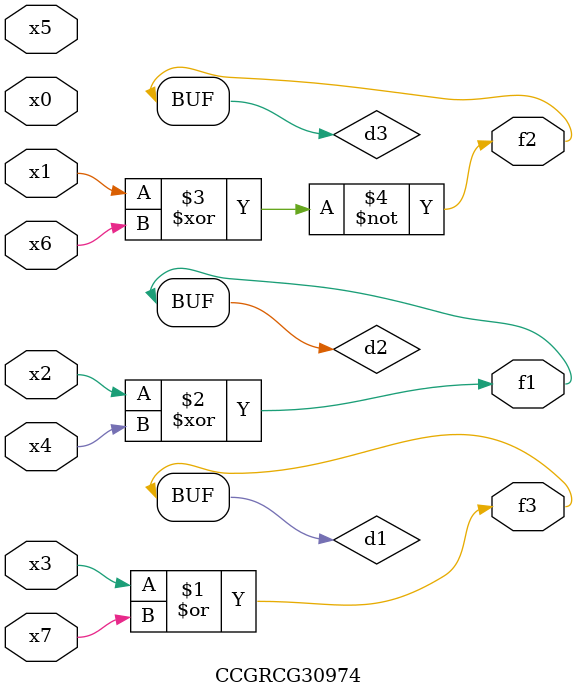
<source format=v>
module CCGRCG30974(
	input x0, x1, x2, x3, x4, x5, x6, x7,
	output f1, f2, f3
);

	wire d1, d2, d3;

	or (d1, x3, x7);
	xor (d2, x2, x4);
	xnor (d3, x1, x6);
	assign f1 = d2;
	assign f2 = d3;
	assign f3 = d1;
endmodule

</source>
